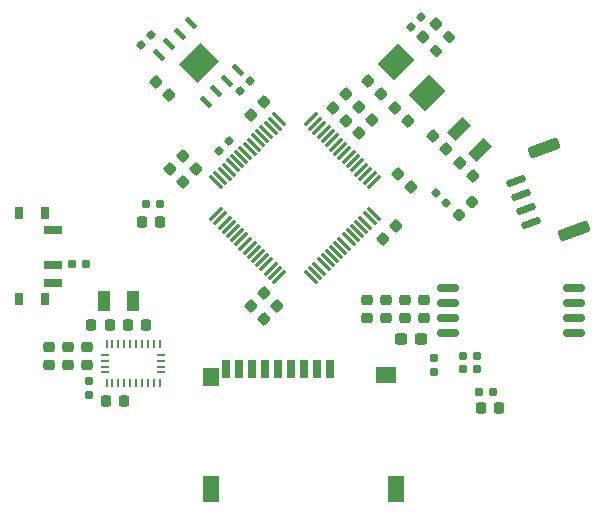
<source format=gtp>
G04 #@! TF.GenerationSoftware,KiCad,Pcbnew,8.0.1*
G04 #@! TF.CreationDate,2024-05-30T23:43:01+05:00*
G04 #@! TF.ProjectId,6_layer_MCU,365f6c61-7965-4725-9f4d-43552e6b6963,rev?*
G04 #@! TF.SameCoordinates,Original*
G04 #@! TF.FileFunction,Paste,Top*
G04 #@! TF.FilePolarity,Positive*
%FSLAX46Y46*%
G04 Gerber Fmt 4.6, Leading zero omitted, Abs format (unit mm)*
G04 Created by KiCad (PCBNEW 8.0.1) date 2024-05-30 23:43:01*
%MOMM*%
%LPD*%
G01*
G04 APERTURE LIST*
G04 Aperture macros list*
%AMRoundRect*
0 Rectangle with rounded corners*
0 $1 Rounding radius*
0 $2 $3 $4 $5 $6 $7 $8 $9 X,Y pos of 4 corners*
0 Add a 4 corners polygon primitive as box body*
4,1,4,$2,$3,$4,$5,$6,$7,$8,$9,$2,$3,0*
0 Add four circle primitives for the rounded corners*
1,1,$1+$1,$2,$3*
1,1,$1+$1,$4,$5*
1,1,$1+$1,$6,$7*
1,1,$1+$1,$8,$9*
0 Add four rect primitives between the rounded corners*
20,1,$1+$1,$2,$3,$4,$5,0*
20,1,$1+$1,$4,$5,$6,$7,0*
20,1,$1+$1,$6,$7,$8,$9,0*
20,1,$1+$1,$8,$9,$2,$3,0*%
%AMRotRect*
0 Rectangle, with rotation*
0 The origin of the aperture is its center*
0 $1 length*
0 $2 width*
0 $3 Rotation angle, in degrees counterclockwise*
0 Add horizontal line*
21,1,$1,$2,0,0,$3*%
G04 Aperture macros list end*
%ADD10C,0.010000*%
%ADD11RoundRect,0.225000X-0.335876X-0.017678X-0.017678X-0.335876X0.335876X0.017678X0.017678X0.335876X0*%
%ADD12RoundRect,0.225000X0.250000X-0.225000X0.250000X0.225000X-0.250000X0.225000X-0.250000X-0.225000X0*%
%ADD13RoundRect,0.225000X-0.017678X0.335876X-0.335876X0.017678X0.017678X-0.335876X0.335876X-0.017678X0*%
%ADD14RoundRect,0.225000X0.017678X-0.335876X0.335876X-0.017678X-0.017678X0.335876X-0.335876X0.017678X0*%
%ADD15R,0.254000X0.675000*%
%ADD16R,0.675000X0.254000*%
%ADD17RoundRect,0.160000X0.197500X0.160000X-0.197500X0.160000X-0.197500X-0.160000X0.197500X-0.160000X0*%
%ADD18RoundRect,0.218750X-0.026517X0.335876X-0.335876X0.026517X0.026517X-0.335876X0.335876X-0.026517X0*%
%ADD19RoundRect,0.150000X0.709088X0.098460X0.606482X0.380368X-0.709088X-0.098460X-0.606482X-0.380368X0*%
%ADD20RoundRect,0.250000X1.119167X0.141299X0.948157X0.611145X-1.119167X-0.141299X-0.948157X-0.611145X0*%
%ADD21RoundRect,0.160000X0.252791X-0.026517X-0.026517X0.252791X-0.252791X0.026517X0.026517X-0.252791X0*%
%ADD22RoundRect,0.225000X0.335876X0.017678X0.017678X0.335876X-0.335876X-0.017678X-0.017678X-0.335876X0*%
%ADD23RoundRect,0.225000X-0.225000X-0.250000X0.225000X-0.250000X0.225000X0.250000X-0.225000X0.250000X0*%
%ADD24RoundRect,0.075000X0.441942X0.548008X-0.548008X-0.441942X-0.441942X-0.548008X0.548008X0.441942X0*%
%ADD25RoundRect,0.075000X-0.441942X0.548008X-0.548008X0.441942X0.441942X-0.548008X0.548008X-0.441942X0*%
%ADD26RoundRect,0.200000X-0.053033X0.335876X-0.335876X0.053033X0.053033X-0.335876X0.335876X-0.053033X0*%
%ADD27RoundRect,0.160000X0.160000X-0.197500X0.160000X0.197500X-0.160000X0.197500X-0.160000X-0.197500X0*%
%ADD28RoundRect,0.160000X-0.197500X-0.160000X0.197500X-0.160000X0.197500X0.160000X-0.197500X0.160000X0*%
%ADD29RoundRect,0.160000X-0.026517X-0.252791X0.252791X0.026517X0.026517X0.252791X-0.252791X-0.026517X0*%
%ADD30RotRect,1.000000X1.800000X315.000000*%
%ADD31R,0.800000X1.000000*%
%ADD32R,1.500000X0.700000*%
%ADD33RoundRect,0.237500X0.300000X0.237500X-0.300000X0.237500X-0.300000X-0.237500X0.300000X-0.237500X0*%
%ADD34RoundRect,0.160000X-0.160000X0.197500X-0.160000X-0.197500X0.160000X-0.197500X0.160000X0.197500X0*%
%ADD35RoundRect,0.225000X0.225000X0.250000X-0.225000X0.250000X-0.225000X-0.250000X0.225000X-0.250000X0*%
%ADD36R,0.700000X1.600000*%
%ADD37R,1.400000X1.600000*%
%ADD38R,1.400000X2.200000*%
%ADD39R,1.800000X1.400000*%
%ADD40R,1.000000X1.800000*%
%ADD41RoundRect,0.218750X0.218750X0.256250X-0.218750X0.256250X-0.218750X-0.256250X0.218750X-0.256250X0*%
%ADD42RoundRect,0.160000X0.026517X0.252791X-0.252791X-0.026517X-0.026517X-0.252791X0.252791X0.026517X0*%
%ADD43RotRect,2.000000X2.400000X135.000000*%
%ADD44RoundRect,0.225000X-0.250000X0.225000X-0.250000X-0.225000X0.250000X-0.225000X0.250000X0.225000X0*%
%ADD45RoundRect,0.150000X-0.750000X-0.150000X0.750000X-0.150000X0.750000X0.150000X-0.750000X0.150000X0*%
%ADD46RoundRect,0.055000X0.466690X-0.233345X-0.233345X0.466690X-0.466690X0.233345X0.233345X-0.466690X0*%
G04 APERTURE END LIST*
D10*
X145854630Y-84072721D02*
X144072721Y-85854630D01*
X142545370Y-84327279D01*
X144327279Y-82545370D01*
X145854630Y-84072721D01*
G36*
X145854630Y-84072721D02*
G01*
X144072721Y-85854630D01*
X142545370Y-84327279D01*
X144327279Y-82545370D01*
X145854630Y-84072721D01*
G37*
D11*
X160851992Y-88051992D03*
X161948008Y-89148008D03*
D12*
X160100000Y-105875000D03*
X160100000Y-104325000D03*
D13*
X142948008Y-92151992D03*
X141851992Y-93248008D03*
D12*
X133150000Y-109812500D03*
X133150000Y-108262500D03*
D11*
X140651992Y-85851992D03*
X141748008Y-86948008D03*
D14*
X142951992Y-94348008D03*
X144048008Y-93251992D03*
D15*
X136450000Y-108037500D03*
D16*
X136312500Y-108950000D03*
X136312500Y-109450000D03*
X136312500Y-109950000D03*
X136312500Y-110450000D03*
D15*
X136450000Y-111362500D03*
X136950000Y-111362500D03*
X137450000Y-111362500D03*
X137950000Y-111362500D03*
X138450000Y-111362500D03*
X138950000Y-111362500D03*
X139450000Y-111362500D03*
X139950000Y-111362500D03*
X140450000Y-111362500D03*
X140950000Y-111362500D03*
D16*
X141087500Y-110450000D03*
X141087500Y-109950000D03*
X141087500Y-109450000D03*
X141087500Y-108950000D03*
D15*
X140950000Y-108037500D03*
X140450000Y-108037500D03*
X139950000Y-108037500D03*
X139450000Y-108037500D03*
X138950000Y-108037500D03*
X138450000Y-108037500D03*
X137950000Y-108037500D03*
X137450000Y-108037500D03*
X136950000Y-108037500D03*
D17*
X167797500Y-109100000D03*
X166602500Y-109100000D03*
D18*
X167413694Y-95986306D03*
X166300000Y-97100000D03*
D19*
X172402855Y-97794661D03*
X171975331Y-96620045D03*
X171547807Y-95445430D03*
X171120280Y-94270813D03*
D20*
X176042610Y-98438628D03*
X173494561Y-91437918D03*
D21*
X165222496Y-96122496D03*
X164377504Y-95277504D03*
D14*
X159851992Y-99148008D03*
X160948008Y-98051992D03*
D12*
X161700000Y-105875000D03*
X161700000Y-104325000D03*
D22*
X165148008Y-91548008D03*
X164051992Y-90451992D03*
D23*
X136375000Y-112837500D03*
X137925000Y-112837500D03*
D22*
X156748008Y-89148008D03*
X155651992Y-88051992D03*
D13*
X158948008Y-89051992D03*
X157851992Y-90148008D03*
D22*
X159648008Y-86848008D03*
X158551992Y-85751992D03*
D24*
X159064481Y-94338819D03*
X158710928Y-93985266D03*
X158357375Y-93631713D03*
X158003821Y-93278159D03*
X157650268Y-92924606D03*
X157296714Y-92571052D03*
X156943161Y-92217499D03*
X156589608Y-91863946D03*
X156236054Y-91510392D03*
X155882501Y-91156839D03*
X155528948Y-90803286D03*
X155175394Y-90449732D03*
X154821841Y-90096179D03*
X154468287Y-89742625D03*
X154114734Y-89389072D03*
X153761181Y-89035519D03*
D25*
X151038819Y-89035519D03*
X150685266Y-89389072D03*
X150331713Y-89742625D03*
X149978159Y-90096179D03*
X149624606Y-90449732D03*
X149271052Y-90803286D03*
X148917499Y-91156839D03*
X148563946Y-91510392D03*
X148210392Y-91863946D03*
X147856839Y-92217499D03*
X147503286Y-92571052D03*
X147149732Y-92924606D03*
X146796179Y-93278159D03*
X146442625Y-93631713D03*
X146089072Y-93985266D03*
X145735519Y-94338819D03*
D24*
X145735519Y-97061181D03*
X146089072Y-97414734D03*
X146442625Y-97768287D03*
X146796179Y-98121841D03*
X147149732Y-98475394D03*
X147503286Y-98828948D03*
X147856839Y-99182501D03*
X148210392Y-99536054D03*
X148563946Y-99889608D03*
X148917499Y-100243161D03*
X149271052Y-100596714D03*
X149624606Y-100950268D03*
X149978159Y-101303821D03*
X150331713Y-101657375D03*
X150685266Y-102010928D03*
X151038819Y-102364481D03*
D25*
X153761181Y-102364481D03*
X154114734Y-102010928D03*
X154468287Y-101657375D03*
X154821841Y-101303821D03*
X155175394Y-100950268D03*
X155528948Y-100596714D03*
X155882501Y-100243161D03*
X156236054Y-99889608D03*
X156589608Y-99536054D03*
X156943161Y-99182501D03*
X157296714Y-98828948D03*
X157650268Y-98475394D03*
X158003821Y-98121841D03*
X158357375Y-97768287D03*
X158710928Y-97414734D03*
X159064481Y-97061181D03*
D26*
X165472307Y-82033866D03*
X164305581Y-83200592D03*
D27*
X164200000Y-110397500D03*
X164200000Y-109202500D03*
D28*
X166602500Y-110200000D03*
X167797500Y-110200000D03*
D22*
X150848008Y-104848008D03*
X149751992Y-103751992D03*
D29*
X147777504Y-86622496D03*
X148622496Y-85777504D03*
D22*
X157848008Y-87948008D03*
X156751992Y-86851992D03*
D30*
X168083882Y-91583883D03*
X166316116Y-89816117D03*
D13*
X149748008Y-87551992D03*
X148651992Y-88648008D03*
D31*
X131255000Y-96950000D03*
X129045000Y-96950000D03*
X131255000Y-104250000D03*
X129045000Y-104250000D03*
D32*
X131905000Y-98350000D03*
X131905000Y-101350000D03*
X131905000Y-102850000D03*
D33*
X163062501Y-107600000D03*
X161337499Y-107600000D03*
D34*
X134950000Y-111140000D03*
X134950000Y-112335000D03*
D35*
X136700000Y-106437500D03*
X135150000Y-106437500D03*
D29*
X145977504Y-91722496D03*
X146822496Y-90877504D03*
D28*
X133502500Y-101300000D03*
X134697500Y-101300000D03*
D36*
X155370000Y-110200000D03*
X154270000Y-110200000D03*
X153170000Y-110200000D03*
X152070000Y-110200000D03*
X150970000Y-110200000D03*
X149870000Y-110200000D03*
X148770000Y-110200000D03*
X147670000Y-110200000D03*
X146570000Y-110200000D03*
D37*
X145270000Y-110800000D03*
D38*
X145270000Y-120300000D03*
X160970000Y-120300000D03*
D39*
X160070000Y-110700000D03*
D40*
X136200001Y-104437500D03*
X138699999Y-104437500D03*
D14*
X163251992Y-82048008D03*
X164348008Y-80951992D03*
D29*
X162246133Y-81215389D03*
X163091125Y-80370397D03*
D41*
X169690001Y-113500000D03*
X168114999Y-113500000D03*
D42*
X140222496Y-81877504D03*
X139377504Y-82722496D03*
D12*
X163300000Y-105875000D03*
X163300000Y-104325000D03*
D43*
X163608148Y-86808148D03*
X160991852Y-84191852D03*
D44*
X131550000Y-108262500D03*
X131550000Y-109812500D03*
D12*
X158500000Y-105875000D03*
X158500000Y-104325000D03*
D23*
X138250000Y-106437500D03*
X139800000Y-106437500D03*
D45*
X165375000Y-103295000D03*
X165375000Y-104565000D03*
X165375000Y-105835000D03*
X165375000Y-107105000D03*
X176025000Y-107105000D03*
X176025000Y-105835000D03*
X176025000Y-104565000D03*
X176025000Y-103295000D03*
D28*
X168005000Y-112100000D03*
X169200000Y-112100000D03*
D11*
X166351992Y-92751992D03*
X167448008Y-93848008D03*
D28*
X139800000Y-96200000D03*
X140995000Y-96200000D03*
D41*
X140987502Y-97700000D03*
X139412500Y-97700000D03*
D22*
X162248008Y-94748008D03*
X161151992Y-93651992D03*
D12*
X134750000Y-109812500D03*
X134750000Y-108262500D03*
D46*
X144843467Y-87537544D03*
X145741493Y-86639518D03*
X146639518Y-85741493D03*
X147537544Y-84843467D03*
X143556533Y-80862456D03*
X142658507Y-81760482D03*
X141760482Y-82658507D03*
X140862456Y-83556533D03*
D11*
X148651992Y-104851992D03*
X149748008Y-105948008D03*
M02*

</source>
